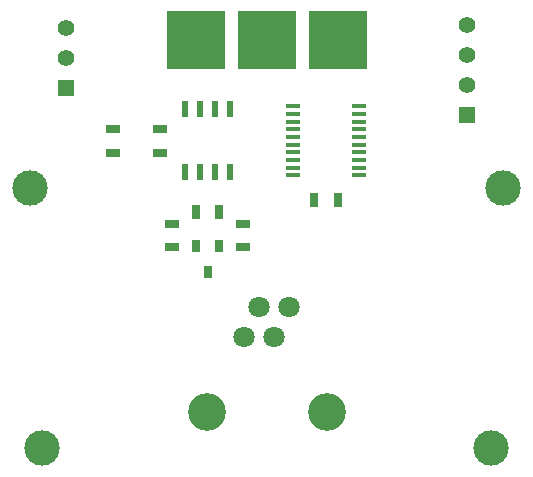
<source format=gbs>
G04 (created by PCBNEW (2013-mar-13)-testing) date Wed 10 Jun 2015 12:09:16 AM EDT*
%MOIN*%
G04 Gerber Fmt 3.4, Leading zero omitted, Abs format*
%FSLAX34Y34*%
G01*
G70*
G90*
G04 APERTURE LIST*
%ADD10C,0.005906*%
%ADD11R,0.196850X0.196850*%
%ADD12C,0.118110*%
%ADD13R,0.025000X0.045000*%
%ADD14R,0.045000X0.025000*%
%ADD15R,0.055000X0.055000*%
%ADD16C,0.055000*%
%ADD17C,0.125984*%
%ADD18C,0.070866*%
%ADD19R,0.050000X0.015000*%
%ADD20R,0.031500X0.039400*%
%ADD21R,0.023600X0.055100*%
G04 APERTURE END LIST*
G54D10*
G54D11*
X71259Y-65944D03*
X68897Y-65944D03*
X66535Y-65944D03*
G54D12*
X76377Y-79527D03*
X61417Y-79527D03*
X76771Y-70866D03*
X61023Y-70866D03*
G54D13*
X70472Y-71259D03*
X71259Y-71259D03*
G54D14*
X65354Y-69685D03*
X65354Y-68897D03*
G54D15*
X62204Y-67535D03*
G54D16*
X62204Y-66535D03*
X62204Y-65535D03*
G54D17*
X66897Y-78346D03*
X70897Y-78346D03*
G54D18*
X68147Y-75846D03*
X68647Y-74846D03*
X69147Y-75846D03*
X69647Y-74846D03*
G54D15*
X75590Y-68429D03*
G54D16*
X75590Y-67429D03*
X75590Y-66429D03*
X75590Y-65429D03*
G54D14*
X65748Y-72047D03*
X65748Y-72834D03*
G54D13*
X66535Y-71653D03*
X67322Y-71653D03*
G54D14*
X68110Y-72834D03*
X68110Y-72047D03*
X63779Y-69685D03*
X63779Y-68897D03*
G54D19*
X69764Y-68139D03*
X69764Y-68395D03*
X69764Y-68651D03*
X69764Y-68907D03*
X71968Y-70443D03*
X71968Y-70187D03*
X71968Y-68139D03*
X71968Y-68395D03*
X71968Y-68651D03*
X71968Y-68907D03*
X71968Y-69163D03*
X71968Y-69419D03*
X71968Y-69675D03*
X71968Y-69931D03*
X69764Y-70443D03*
X69764Y-70187D03*
X69764Y-69931D03*
X69764Y-69675D03*
X69764Y-69419D03*
X69764Y-69163D03*
G54D20*
X66929Y-73661D03*
X67304Y-72795D03*
X66554Y-72795D03*
G54D21*
X66179Y-70341D03*
X66179Y-68241D03*
X66679Y-70341D03*
X67179Y-70341D03*
X67679Y-70341D03*
X66679Y-68241D03*
X67179Y-68241D03*
X67679Y-68241D03*
M02*

</source>
